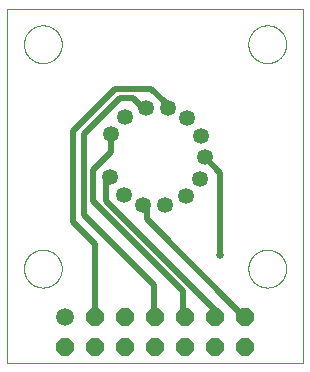
<source format=gtl>
G75*
%MOIN*%
%OFA0B0*%
%FSLAX25Y25*%
%IPPOS*%
%LPD*%
%AMOC8*
5,1,8,0,0,1.08239X$1,22.5*
%
%ADD10C,0.00000*%
%ADD11C,0.05937*%
%ADD12OC8,0.05937*%
%ADD13C,0.05307*%
%ADD14C,0.02000*%
%ADD15C,0.02578*%
D10*
X0001000Y0010264D02*
X0001000Y0128374D01*
X0099425Y0128374D01*
X0099425Y0010264D01*
X0001000Y0010264D01*
X0006512Y0041760D02*
X0006514Y0041918D01*
X0006520Y0042076D01*
X0006530Y0042234D01*
X0006544Y0042392D01*
X0006562Y0042549D01*
X0006583Y0042706D01*
X0006609Y0042862D01*
X0006639Y0043018D01*
X0006672Y0043173D01*
X0006710Y0043326D01*
X0006751Y0043479D01*
X0006796Y0043631D01*
X0006845Y0043782D01*
X0006898Y0043931D01*
X0006954Y0044079D01*
X0007014Y0044225D01*
X0007078Y0044370D01*
X0007146Y0044513D01*
X0007217Y0044655D01*
X0007291Y0044795D01*
X0007369Y0044932D01*
X0007451Y0045068D01*
X0007535Y0045202D01*
X0007624Y0045333D01*
X0007715Y0045462D01*
X0007810Y0045589D01*
X0007907Y0045714D01*
X0008008Y0045836D01*
X0008112Y0045955D01*
X0008219Y0046072D01*
X0008329Y0046186D01*
X0008442Y0046297D01*
X0008557Y0046406D01*
X0008675Y0046511D01*
X0008796Y0046613D01*
X0008919Y0046713D01*
X0009045Y0046809D01*
X0009173Y0046902D01*
X0009303Y0046992D01*
X0009436Y0047078D01*
X0009571Y0047162D01*
X0009707Y0047241D01*
X0009846Y0047318D01*
X0009987Y0047390D01*
X0010129Y0047460D01*
X0010273Y0047525D01*
X0010419Y0047587D01*
X0010566Y0047645D01*
X0010715Y0047700D01*
X0010865Y0047751D01*
X0011016Y0047798D01*
X0011168Y0047841D01*
X0011321Y0047880D01*
X0011476Y0047916D01*
X0011631Y0047947D01*
X0011787Y0047975D01*
X0011943Y0047999D01*
X0012100Y0048019D01*
X0012258Y0048035D01*
X0012415Y0048047D01*
X0012574Y0048055D01*
X0012732Y0048059D01*
X0012890Y0048059D01*
X0013048Y0048055D01*
X0013207Y0048047D01*
X0013364Y0048035D01*
X0013522Y0048019D01*
X0013679Y0047999D01*
X0013835Y0047975D01*
X0013991Y0047947D01*
X0014146Y0047916D01*
X0014301Y0047880D01*
X0014454Y0047841D01*
X0014606Y0047798D01*
X0014757Y0047751D01*
X0014907Y0047700D01*
X0015056Y0047645D01*
X0015203Y0047587D01*
X0015349Y0047525D01*
X0015493Y0047460D01*
X0015635Y0047390D01*
X0015776Y0047318D01*
X0015915Y0047241D01*
X0016051Y0047162D01*
X0016186Y0047078D01*
X0016319Y0046992D01*
X0016449Y0046902D01*
X0016577Y0046809D01*
X0016703Y0046713D01*
X0016826Y0046613D01*
X0016947Y0046511D01*
X0017065Y0046406D01*
X0017180Y0046297D01*
X0017293Y0046186D01*
X0017403Y0046072D01*
X0017510Y0045955D01*
X0017614Y0045836D01*
X0017715Y0045714D01*
X0017812Y0045589D01*
X0017907Y0045462D01*
X0017998Y0045333D01*
X0018087Y0045202D01*
X0018171Y0045068D01*
X0018253Y0044932D01*
X0018331Y0044795D01*
X0018405Y0044655D01*
X0018476Y0044513D01*
X0018544Y0044370D01*
X0018608Y0044225D01*
X0018668Y0044079D01*
X0018724Y0043931D01*
X0018777Y0043782D01*
X0018826Y0043631D01*
X0018871Y0043479D01*
X0018912Y0043326D01*
X0018950Y0043173D01*
X0018983Y0043018D01*
X0019013Y0042862D01*
X0019039Y0042706D01*
X0019060Y0042549D01*
X0019078Y0042392D01*
X0019092Y0042234D01*
X0019102Y0042076D01*
X0019108Y0041918D01*
X0019110Y0041760D01*
X0019108Y0041602D01*
X0019102Y0041444D01*
X0019092Y0041286D01*
X0019078Y0041128D01*
X0019060Y0040971D01*
X0019039Y0040814D01*
X0019013Y0040658D01*
X0018983Y0040502D01*
X0018950Y0040347D01*
X0018912Y0040194D01*
X0018871Y0040041D01*
X0018826Y0039889D01*
X0018777Y0039738D01*
X0018724Y0039589D01*
X0018668Y0039441D01*
X0018608Y0039295D01*
X0018544Y0039150D01*
X0018476Y0039007D01*
X0018405Y0038865D01*
X0018331Y0038725D01*
X0018253Y0038588D01*
X0018171Y0038452D01*
X0018087Y0038318D01*
X0017998Y0038187D01*
X0017907Y0038058D01*
X0017812Y0037931D01*
X0017715Y0037806D01*
X0017614Y0037684D01*
X0017510Y0037565D01*
X0017403Y0037448D01*
X0017293Y0037334D01*
X0017180Y0037223D01*
X0017065Y0037114D01*
X0016947Y0037009D01*
X0016826Y0036907D01*
X0016703Y0036807D01*
X0016577Y0036711D01*
X0016449Y0036618D01*
X0016319Y0036528D01*
X0016186Y0036442D01*
X0016051Y0036358D01*
X0015915Y0036279D01*
X0015776Y0036202D01*
X0015635Y0036130D01*
X0015493Y0036060D01*
X0015349Y0035995D01*
X0015203Y0035933D01*
X0015056Y0035875D01*
X0014907Y0035820D01*
X0014757Y0035769D01*
X0014606Y0035722D01*
X0014454Y0035679D01*
X0014301Y0035640D01*
X0014146Y0035604D01*
X0013991Y0035573D01*
X0013835Y0035545D01*
X0013679Y0035521D01*
X0013522Y0035501D01*
X0013364Y0035485D01*
X0013207Y0035473D01*
X0013048Y0035465D01*
X0012890Y0035461D01*
X0012732Y0035461D01*
X0012574Y0035465D01*
X0012415Y0035473D01*
X0012258Y0035485D01*
X0012100Y0035501D01*
X0011943Y0035521D01*
X0011787Y0035545D01*
X0011631Y0035573D01*
X0011476Y0035604D01*
X0011321Y0035640D01*
X0011168Y0035679D01*
X0011016Y0035722D01*
X0010865Y0035769D01*
X0010715Y0035820D01*
X0010566Y0035875D01*
X0010419Y0035933D01*
X0010273Y0035995D01*
X0010129Y0036060D01*
X0009987Y0036130D01*
X0009846Y0036202D01*
X0009707Y0036279D01*
X0009571Y0036358D01*
X0009436Y0036442D01*
X0009303Y0036528D01*
X0009173Y0036618D01*
X0009045Y0036711D01*
X0008919Y0036807D01*
X0008796Y0036907D01*
X0008675Y0037009D01*
X0008557Y0037114D01*
X0008442Y0037223D01*
X0008329Y0037334D01*
X0008219Y0037448D01*
X0008112Y0037565D01*
X0008008Y0037684D01*
X0007907Y0037806D01*
X0007810Y0037931D01*
X0007715Y0038058D01*
X0007624Y0038187D01*
X0007535Y0038318D01*
X0007451Y0038452D01*
X0007369Y0038588D01*
X0007291Y0038725D01*
X0007217Y0038865D01*
X0007146Y0039007D01*
X0007078Y0039150D01*
X0007014Y0039295D01*
X0006954Y0039441D01*
X0006898Y0039589D01*
X0006845Y0039738D01*
X0006796Y0039889D01*
X0006751Y0040041D01*
X0006710Y0040194D01*
X0006672Y0040347D01*
X0006639Y0040502D01*
X0006609Y0040658D01*
X0006583Y0040814D01*
X0006562Y0040971D01*
X0006544Y0041128D01*
X0006530Y0041286D01*
X0006520Y0041444D01*
X0006514Y0041602D01*
X0006512Y0041760D01*
X0006512Y0116563D02*
X0006514Y0116721D01*
X0006520Y0116879D01*
X0006530Y0117037D01*
X0006544Y0117195D01*
X0006562Y0117352D01*
X0006583Y0117509D01*
X0006609Y0117665D01*
X0006639Y0117821D01*
X0006672Y0117976D01*
X0006710Y0118129D01*
X0006751Y0118282D01*
X0006796Y0118434D01*
X0006845Y0118585D01*
X0006898Y0118734D01*
X0006954Y0118882D01*
X0007014Y0119028D01*
X0007078Y0119173D01*
X0007146Y0119316D01*
X0007217Y0119458D01*
X0007291Y0119598D01*
X0007369Y0119735D01*
X0007451Y0119871D01*
X0007535Y0120005D01*
X0007624Y0120136D01*
X0007715Y0120265D01*
X0007810Y0120392D01*
X0007907Y0120517D01*
X0008008Y0120639D01*
X0008112Y0120758D01*
X0008219Y0120875D01*
X0008329Y0120989D01*
X0008442Y0121100D01*
X0008557Y0121209D01*
X0008675Y0121314D01*
X0008796Y0121416D01*
X0008919Y0121516D01*
X0009045Y0121612D01*
X0009173Y0121705D01*
X0009303Y0121795D01*
X0009436Y0121881D01*
X0009571Y0121965D01*
X0009707Y0122044D01*
X0009846Y0122121D01*
X0009987Y0122193D01*
X0010129Y0122263D01*
X0010273Y0122328D01*
X0010419Y0122390D01*
X0010566Y0122448D01*
X0010715Y0122503D01*
X0010865Y0122554D01*
X0011016Y0122601D01*
X0011168Y0122644D01*
X0011321Y0122683D01*
X0011476Y0122719D01*
X0011631Y0122750D01*
X0011787Y0122778D01*
X0011943Y0122802D01*
X0012100Y0122822D01*
X0012258Y0122838D01*
X0012415Y0122850D01*
X0012574Y0122858D01*
X0012732Y0122862D01*
X0012890Y0122862D01*
X0013048Y0122858D01*
X0013207Y0122850D01*
X0013364Y0122838D01*
X0013522Y0122822D01*
X0013679Y0122802D01*
X0013835Y0122778D01*
X0013991Y0122750D01*
X0014146Y0122719D01*
X0014301Y0122683D01*
X0014454Y0122644D01*
X0014606Y0122601D01*
X0014757Y0122554D01*
X0014907Y0122503D01*
X0015056Y0122448D01*
X0015203Y0122390D01*
X0015349Y0122328D01*
X0015493Y0122263D01*
X0015635Y0122193D01*
X0015776Y0122121D01*
X0015915Y0122044D01*
X0016051Y0121965D01*
X0016186Y0121881D01*
X0016319Y0121795D01*
X0016449Y0121705D01*
X0016577Y0121612D01*
X0016703Y0121516D01*
X0016826Y0121416D01*
X0016947Y0121314D01*
X0017065Y0121209D01*
X0017180Y0121100D01*
X0017293Y0120989D01*
X0017403Y0120875D01*
X0017510Y0120758D01*
X0017614Y0120639D01*
X0017715Y0120517D01*
X0017812Y0120392D01*
X0017907Y0120265D01*
X0017998Y0120136D01*
X0018087Y0120005D01*
X0018171Y0119871D01*
X0018253Y0119735D01*
X0018331Y0119598D01*
X0018405Y0119458D01*
X0018476Y0119316D01*
X0018544Y0119173D01*
X0018608Y0119028D01*
X0018668Y0118882D01*
X0018724Y0118734D01*
X0018777Y0118585D01*
X0018826Y0118434D01*
X0018871Y0118282D01*
X0018912Y0118129D01*
X0018950Y0117976D01*
X0018983Y0117821D01*
X0019013Y0117665D01*
X0019039Y0117509D01*
X0019060Y0117352D01*
X0019078Y0117195D01*
X0019092Y0117037D01*
X0019102Y0116879D01*
X0019108Y0116721D01*
X0019110Y0116563D01*
X0019108Y0116405D01*
X0019102Y0116247D01*
X0019092Y0116089D01*
X0019078Y0115931D01*
X0019060Y0115774D01*
X0019039Y0115617D01*
X0019013Y0115461D01*
X0018983Y0115305D01*
X0018950Y0115150D01*
X0018912Y0114997D01*
X0018871Y0114844D01*
X0018826Y0114692D01*
X0018777Y0114541D01*
X0018724Y0114392D01*
X0018668Y0114244D01*
X0018608Y0114098D01*
X0018544Y0113953D01*
X0018476Y0113810D01*
X0018405Y0113668D01*
X0018331Y0113528D01*
X0018253Y0113391D01*
X0018171Y0113255D01*
X0018087Y0113121D01*
X0017998Y0112990D01*
X0017907Y0112861D01*
X0017812Y0112734D01*
X0017715Y0112609D01*
X0017614Y0112487D01*
X0017510Y0112368D01*
X0017403Y0112251D01*
X0017293Y0112137D01*
X0017180Y0112026D01*
X0017065Y0111917D01*
X0016947Y0111812D01*
X0016826Y0111710D01*
X0016703Y0111610D01*
X0016577Y0111514D01*
X0016449Y0111421D01*
X0016319Y0111331D01*
X0016186Y0111245D01*
X0016051Y0111161D01*
X0015915Y0111082D01*
X0015776Y0111005D01*
X0015635Y0110933D01*
X0015493Y0110863D01*
X0015349Y0110798D01*
X0015203Y0110736D01*
X0015056Y0110678D01*
X0014907Y0110623D01*
X0014757Y0110572D01*
X0014606Y0110525D01*
X0014454Y0110482D01*
X0014301Y0110443D01*
X0014146Y0110407D01*
X0013991Y0110376D01*
X0013835Y0110348D01*
X0013679Y0110324D01*
X0013522Y0110304D01*
X0013364Y0110288D01*
X0013207Y0110276D01*
X0013048Y0110268D01*
X0012890Y0110264D01*
X0012732Y0110264D01*
X0012574Y0110268D01*
X0012415Y0110276D01*
X0012258Y0110288D01*
X0012100Y0110304D01*
X0011943Y0110324D01*
X0011787Y0110348D01*
X0011631Y0110376D01*
X0011476Y0110407D01*
X0011321Y0110443D01*
X0011168Y0110482D01*
X0011016Y0110525D01*
X0010865Y0110572D01*
X0010715Y0110623D01*
X0010566Y0110678D01*
X0010419Y0110736D01*
X0010273Y0110798D01*
X0010129Y0110863D01*
X0009987Y0110933D01*
X0009846Y0111005D01*
X0009707Y0111082D01*
X0009571Y0111161D01*
X0009436Y0111245D01*
X0009303Y0111331D01*
X0009173Y0111421D01*
X0009045Y0111514D01*
X0008919Y0111610D01*
X0008796Y0111710D01*
X0008675Y0111812D01*
X0008557Y0111917D01*
X0008442Y0112026D01*
X0008329Y0112137D01*
X0008219Y0112251D01*
X0008112Y0112368D01*
X0008008Y0112487D01*
X0007907Y0112609D01*
X0007810Y0112734D01*
X0007715Y0112861D01*
X0007624Y0112990D01*
X0007535Y0113121D01*
X0007451Y0113255D01*
X0007369Y0113391D01*
X0007291Y0113528D01*
X0007217Y0113668D01*
X0007146Y0113810D01*
X0007078Y0113953D01*
X0007014Y0114098D01*
X0006954Y0114244D01*
X0006898Y0114392D01*
X0006845Y0114541D01*
X0006796Y0114692D01*
X0006751Y0114844D01*
X0006710Y0114997D01*
X0006672Y0115150D01*
X0006639Y0115305D01*
X0006609Y0115461D01*
X0006583Y0115617D01*
X0006562Y0115774D01*
X0006544Y0115931D01*
X0006530Y0116089D01*
X0006520Y0116247D01*
X0006514Y0116405D01*
X0006512Y0116563D01*
X0081315Y0116563D02*
X0081317Y0116721D01*
X0081323Y0116879D01*
X0081333Y0117037D01*
X0081347Y0117195D01*
X0081365Y0117352D01*
X0081386Y0117509D01*
X0081412Y0117665D01*
X0081442Y0117821D01*
X0081475Y0117976D01*
X0081513Y0118129D01*
X0081554Y0118282D01*
X0081599Y0118434D01*
X0081648Y0118585D01*
X0081701Y0118734D01*
X0081757Y0118882D01*
X0081817Y0119028D01*
X0081881Y0119173D01*
X0081949Y0119316D01*
X0082020Y0119458D01*
X0082094Y0119598D01*
X0082172Y0119735D01*
X0082254Y0119871D01*
X0082338Y0120005D01*
X0082427Y0120136D01*
X0082518Y0120265D01*
X0082613Y0120392D01*
X0082710Y0120517D01*
X0082811Y0120639D01*
X0082915Y0120758D01*
X0083022Y0120875D01*
X0083132Y0120989D01*
X0083245Y0121100D01*
X0083360Y0121209D01*
X0083478Y0121314D01*
X0083599Y0121416D01*
X0083722Y0121516D01*
X0083848Y0121612D01*
X0083976Y0121705D01*
X0084106Y0121795D01*
X0084239Y0121881D01*
X0084374Y0121965D01*
X0084510Y0122044D01*
X0084649Y0122121D01*
X0084790Y0122193D01*
X0084932Y0122263D01*
X0085076Y0122328D01*
X0085222Y0122390D01*
X0085369Y0122448D01*
X0085518Y0122503D01*
X0085668Y0122554D01*
X0085819Y0122601D01*
X0085971Y0122644D01*
X0086124Y0122683D01*
X0086279Y0122719D01*
X0086434Y0122750D01*
X0086590Y0122778D01*
X0086746Y0122802D01*
X0086903Y0122822D01*
X0087061Y0122838D01*
X0087218Y0122850D01*
X0087377Y0122858D01*
X0087535Y0122862D01*
X0087693Y0122862D01*
X0087851Y0122858D01*
X0088010Y0122850D01*
X0088167Y0122838D01*
X0088325Y0122822D01*
X0088482Y0122802D01*
X0088638Y0122778D01*
X0088794Y0122750D01*
X0088949Y0122719D01*
X0089104Y0122683D01*
X0089257Y0122644D01*
X0089409Y0122601D01*
X0089560Y0122554D01*
X0089710Y0122503D01*
X0089859Y0122448D01*
X0090006Y0122390D01*
X0090152Y0122328D01*
X0090296Y0122263D01*
X0090438Y0122193D01*
X0090579Y0122121D01*
X0090718Y0122044D01*
X0090854Y0121965D01*
X0090989Y0121881D01*
X0091122Y0121795D01*
X0091252Y0121705D01*
X0091380Y0121612D01*
X0091506Y0121516D01*
X0091629Y0121416D01*
X0091750Y0121314D01*
X0091868Y0121209D01*
X0091983Y0121100D01*
X0092096Y0120989D01*
X0092206Y0120875D01*
X0092313Y0120758D01*
X0092417Y0120639D01*
X0092518Y0120517D01*
X0092615Y0120392D01*
X0092710Y0120265D01*
X0092801Y0120136D01*
X0092890Y0120005D01*
X0092974Y0119871D01*
X0093056Y0119735D01*
X0093134Y0119598D01*
X0093208Y0119458D01*
X0093279Y0119316D01*
X0093347Y0119173D01*
X0093411Y0119028D01*
X0093471Y0118882D01*
X0093527Y0118734D01*
X0093580Y0118585D01*
X0093629Y0118434D01*
X0093674Y0118282D01*
X0093715Y0118129D01*
X0093753Y0117976D01*
X0093786Y0117821D01*
X0093816Y0117665D01*
X0093842Y0117509D01*
X0093863Y0117352D01*
X0093881Y0117195D01*
X0093895Y0117037D01*
X0093905Y0116879D01*
X0093911Y0116721D01*
X0093913Y0116563D01*
X0093911Y0116405D01*
X0093905Y0116247D01*
X0093895Y0116089D01*
X0093881Y0115931D01*
X0093863Y0115774D01*
X0093842Y0115617D01*
X0093816Y0115461D01*
X0093786Y0115305D01*
X0093753Y0115150D01*
X0093715Y0114997D01*
X0093674Y0114844D01*
X0093629Y0114692D01*
X0093580Y0114541D01*
X0093527Y0114392D01*
X0093471Y0114244D01*
X0093411Y0114098D01*
X0093347Y0113953D01*
X0093279Y0113810D01*
X0093208Y0113668D01*
X0093134Y0113528D01*
X0093056Y0113391D01*
X0092974Y0113255D01*
X0092890Y0113121D01*
X0092801Y0112990D01*
X0092710Y0112861D01*
X0092615Y0112734D01*
X0092518Y0112609D01*
X0092417Y0112487D01*
X0092313Y0112368D01*
X0092206Y0112251D01*
X0092096Y0112137D01*
X0091983Y0112026D01*
X0091868Y0111917D01*
X0091750Y0111812D01*
X0091629Y0111710D01*
X0091506Y0111610D01*
X0091380Y0111514D01*
X0091252Y0111421D01*
X0091122Y0111331D01*
X0090989Y0111245D01*
X0090854Y0111161D01*
X0090718Y0111082D01*
X0090579Y0111005D01*
X0090438Y0110933D01*
X0090296Y0110863D01*
X0090152Y0110798D01*
X0090006Y0110736D01*
X0089859Y0110678D01*
X0089710Y0110623D01*
X0089560Y0110572D01*
X0089409Y0110525D01*
X0089257Y0110482D01*
X0089104Y0110443D01*
X0088949Y0110407D01*
X0088794Y0110376D01*
X0088638Y0110348D01*
X0088482Y0110324D01*
X0088325Y0110304D01*
X0088167Y0110288D01*
X0088010Y0110276D01*
X0087851Y0110268D01*
X0087693Y0110264D01*
X0087535Y0110264D01*
X0087377Y0110268D01*
X0087218Y0110276D01*
X0087061Y0110288D01*
X0086903Y0110304D01*
X0086746Y0110324D01*
X0086590Y0110348D01*
X0086434Y0110376D01*
X0086279Y0110407D01*
X0086124Y0110443D01*
X0085971Y0110482D01*
X0085819Y0110525D01*
X0085668Y0110572D01*
X0085518Y0110623D01*
X0085369Y0110678D01*
X0085222Y0110736D01*
X0085076Y0110798D01*
X0084932Y0110863D01*
X0084790Y0110933D01*
X0084649Y0111005D01*
X0084510Y0111082D01*
X0084374Y0111161D01*
X0084239Y0111245D01*
X0084106Y0111331D01*
X0083976Y0111421D01*
X0083848Y0111514D01*
X0083722Y0111610D01*
X0083599Y0111710D01*
X0083478Y0111812D01*
X0083360Y0111917D01*
X0083245Y0112026D01*
X0083132Y0112137D01*
X0083022Y0112251D01*
X0082915Y0112368D01*
X0082811Y0112487D01*
X0082710Y0112609D01*
X0082613Y0112734D01*
X0082518Y0112861D01*
X0082427Y0112990D01*
X0082338Y0113121D01*
X0082254Y0113255D01*
X0082172Y0113391D01*
X0082094Y0113528D01*
X0082020Y0113668D01*
X0081949Y0113810D01*
X0081881Y0113953D01*
X0081817Y0114098D01*
X0081757Y0114244D01*
X0081701Y0114392D01*
X0081648Y0114541D01*
X0081599Y0114692D01*
X0081554Y0114844D01*
X0081513Y0114997D01*
X0081475Y0115150D01*
X0081442Y0115305D01*
X0081412Y0115461D01*
X0081386Y0115617D01*
X0081365Y0115774D01*
X0081347Y0115931D01*
X0081333Y0116089D01*
X0081323Y0116247D01*
X0081317Y0116405D01*
X0081315Y0116563D01*
X0081315Y0041760D02*
X0081317Y0041918D01*
X0081323Y0042076D01*
X0081333Y0042234D01*
X0081347Y0042392D01*
X0081365Y0042549D01*
X0081386Y0042706D01*
X0081412Y0042862D01*
X0081442Y0043018D01*
X0081475Y0043173D01*
X0081513Y0043326D01*
X0081554Y0043479D01*
X0081599Y0043631D01*
X0081648Y0043782D01*
X0081701Y0043931D01*
X0081757Y0044079D01*
X0081817Y0044225D01*
X0081881Y0044370D01*
X0081949Y0044513D01*
X0082020Y0044655D01*
X0082094Y0044795D01*
X0082172Y0044932D01*
X0082254Y0045068D01*
X0082338Y0045202D01*
X0082427Y0045333D01*
X0082518Y0045462D01*
X0082613Y0045589D01*
X0082710Y0045714D01*
X0082811Y0045836D01*
X0082915Y0045955D01*
X0083022Y0046072D01*
X0083132Y0046186D01*
X0083245Y0046297D01*
X0083360Y0046406D01*
X0083478Y0046511D01*
X0083599Y0046613D01*
X0083722Y0046713D01*
X0083848Y0046809D01*
X0083976Y0046902D01*
X0084106Y0046992D01*
X0084239Y0047078D01*
X0084374Y0047162D01*
X0084510Y0047241D01*
X0084649Y0047318D01*
X0084790Y0047390D01*
X0084932Y0047460D01*
X0085076Y0047525D01*
X0085222Y0047587D01*
X0085369Y0047645D01*
X0085518Y0047700D01*
X0085668Y0047751D01*
X0085819Y0047798D01*
X0085971Y0047841D01*
X0086124Y0047880D01*
X0086279Y0047916D01*
X0086434Y0047947D01*
X0086590Y0047975D01*
X0086746Y0047999D01*
X0086903Y0048019D01*
X0087061Y0048035D01*
X0087218Y0048047D01*
X0087377Y0048055D01*
X0087535Y0048059D01*
X0087693Y0048059D01*
X0087851Y0048055D01*
X0088010Y0048047D01*
X0088167Y0048035D01*
X0088325Y0048019D01*
X0088482Y0047999D01*
X0088638Y0047975D01*
X0088794Y0047947D01*
X0088949Y0047916D01*
X0089104Y0047880D01*
X0089257Y0047841D01*
X0089409Y0047798D01*
X0089560Y0047751D01*
X0089710Y0047700D01*
X0089859Y0047645D01*
X0090006Y0047587D01*
X0090152Y0047525D01*
X0090296Y0047460D01*
X0090438Y0047390D01*
X0090579Y0047318D01*
X0090718Y0047241D01*
X0090854Y0047162D01*
X0090989Y0047078D01*
X0091122Y0046992D01*
X0091252Y0046902D01*
X0091380Y0046809D01*
X0091506Y0046713D01*
X0091629Y0046613D01*
X0091750Y0046511D01*
X0091868Y0046406D01*
X0091983Y0046297D01*
X0092096Y0046186D01*
X0092206Y0046072D01*
X0092313Y0045955D01*
X0092417Y0045836D01*
X0092518Y0045714D01*
X0092615Y0045589D01*
X0092710Y0045462D01*
X0092801Y0045333D01*
X0092890Y0045202D01*
X0092974Y0045068D01*
X0093056Y0044932D01*
X0093134Y0044795D01*
X0093208Y0044655D01*
X0093279Y0044513D01*
X0093347Y0044370D01*
X0093411Y0044225D01*
X0093471Y0044079D01*
X0093527Y0043931D01*
X0093580Y0043782D01*
X0093629Y0043631D01*
X0093674Y0043479D01*
X0093715Y0043326D01*
X0093753Y0043173D01*
X0093786Y0043018D01*
X0093816Y0042862D01*
X0093842Y0042706D01*
X0093863Y0042549D01*
X0093881Y0042392D01*
X0093895Y0042234D01*
X0093905Y0042076D01*
X0093911Y0041918D01*
X0093913Y0041760D01*
X0093911Y0041602D01*
X0093905Y0041444D01*
X0093895Y0041286D01*
X0093881Y0041128D01*
X0093863Y0040971D01*
X0093842Y0040814D01*
X0093816Y0040658D01*
X0093786Y0040502D01*
X0093753Y0040347D01*
X0093715Y0040194D01*
X0093674Y0040041D01*
X0093629Y0039889D01*
X0093580Y0039738D01*
X0093527Y0039589D01*
X0093471Y0039441D01*
X0093411Y0039295D01*
X0093347Y0039150D01*
X0093279Y0039007D01*
X0093208Y0038865D01*
X0093134Y0038725D01*
X0093056Y0038588D01*
X0092974Y0038452D01*
X0092890Y0038318D01*
X0092801Y0038187D01*
X0092710Y0038058D01*
X0092615Y0037931D01*
X0092518Y0037806D01*
X0092417Y0037684D01*
X0092313Y0037565D01*
X0092206Y0037448D01*
X0092096Y0037334D01*
X0091983Y0037223D01*
X0091868Y0037114D01*
X0091750Y0037009D01*
X0091629Y0036907D01*
X0091506Y0036807D01*
X0091380Y0036711D01*
X0091252Y0036618D01*
X0091122Y0036528D01*
X0090989Y0036442D01*
X0090854Y0036358D01*
X0090718Y0036279D01*
X0090579Y0036202D01*
X0090438Y0036130D01*
X0090296Y0036060D01*
X0090152Y0035995D01*
X0090006Y0035933D01*
X0089859Y0035875D01*
X0089710Y0035820D01*
X0089560Y0035769D01*
X0089409Y0035722D01*
X0089257Y0035679D01*
X0089104Y0035640D01*
X0088949Y0035604D01*
X0088794Y0035573D01*
X0088638Y0035545D01*
X0088482Y0035521D01*
X0088325Y0035501D01*
X0088167Y0035485D01*
X0088010Y0035473D01*
X0087851Y0035465D01*
X0087693Y0035461D01*
X0087535Y0035461D01*
X0087377Y0035465D01*
X0087218Y0035473D01*
X0087061Y0035485D01*
X0086903Y0035501D01*
X0086746Y0035521D01*
X0086590Y0035545D01*
X0086434Y0035573D01*
X0086279Y0035604D01*
X0086124Y0035640D01*
X0085971Y0035679D01*
X0085819Y0035722D01*
X0085668Y0035769D01*
X0085518Y0035820D01*
X0085369Y0035875D01*
X0085222Y0035933D01*
X0085076Y0035995D01*
X0084932Y0036060D01*
X0084790Y0036130D01*
X0084649Y0036202D01*
X0084510Y0036279D01*
X0084374Y0036358D01*
X0084239Y0036442D01*
X0084106Y0036528D01*
X0083976Y0036618D01*
X0083848Y0036711D01*
X0083722Y0036807D01*
X0083599Y0036907D01*
X0083478Y0037009D01*
X0083360Y0037114D01*
X0083245Y0037223D01*
X0083132Y0037334D01*
X0083022Y0037448D01*
X0082915Y0037565D01*
X0082811Y0037684D01*
X0082710Y0037806D01*
X0082613Y0037931D01*
X0082518Y0038058D01*
X0082427Y0038187D01*
X0082338Y0038318D01*
X0082254Y0038452D01*
X0082172Y0038588D01*
X0082094Y0038725D01*
X0082020Y0038865D01*
X0081949Y0039007D01*
X0081881Y0039150D01*
X0081817Y0039295D01*
X0081757Y0039441D01*
X0081701Y0039589D01*
X0081648Y0039738D01*
X0081599Y0039889D01*
X0081554Y0040041D01*
X0081513Y0040194D01*
X0081475Y0040347D01*
X0081442Y0040502D01*
X0081412Y0040658D01*
X0081386Y0040814D01*
X0081365Y0040971D01*
X0081347Y0041128D01*
X0081333Y0041286D01*
X0081323Y0041444D01*
X0081317Y0041602D01*
X0081315Y0041760D01*
D11*
X0020213Y0025500D03*
D12*
X0020213Y0015500D03*
X0030213Y0015500D03*
X0030213Y0025500D03*
X0040213Y0025500D03*
X0040213Y0015500D03*
X0050213Y0015500D03*
X0050213Y0025500D03*
X0060213Y0025500D03*
X0060213Y0015500D03*
X0070213Y0015500D03*
X0070213Y0025500D03*
X0080213Y0025500D03*
X0080213Y0015500D03*
D13*
X0053702Y0062965D03*
X0046336Y0063130D03*
X0039770Y0066475D03*
X0035307Y0072337D03*
X0035630Y0086701D03*
X0040352Y0092357D03*
X0047060Y0095404D03*
X0054426Y0095239D03*
X0060992Y0091894D03*
X0065455Y0086031D03*
X0066933Y0078813D03*
X0065133Y0071668D03*
X0060411Y0066012D03*
D14*
X0072000Y0073746D02*
X0066933Y0078813D01*
X0072000Y0073746D02*
X0072000Y0046264D01*
X0059500Y0034264D02*
X0059500Y0026764D01*
X0060213Y0025500D01*
X0059500Y0034264D02*
X0029500Y0064264D01*
X0029500Y0074764D01*
X0035500Y0080764D01*
X0035500Y0085264D01*
X0035630Y0086701D01*
X0026500Y0086764D02*
X0038500Y0098764D01*
X0043000Y0098764D01*
X0046000Y0095764D01*
X0047060Y0095404D01*
X0049000Y0101764D02*
X0037000Y0101764D01*
X0023000Y0087764D01*
X0023000Y0057264D01*
X0030213Y0050051D01*
X0030213Y0025500D01*
X0049000Y0026764D02*
X0050213Y0025500D01*
X0050000Y0025713D01*
X0050000Y0036264D01*
X0026500Y0059764D01*
X0026500Y0086764D01*
X0034000Y0071764D02*
X0035307Y0072337D01*
X0034000Y0071764D02*
X0034000Y0064264D01*
X0071500Y0026764D01*
X0070213Y0025500D01*
X0079000Y0026764D02*
X0080213Y0025500D01*
X0079000Y0026764D02*
X0047500Y0058264D01*
X0047500Y0062764D01*
X0046336Y0063130D01*
X0054426Y0095239D02*
X0053500Y0095764D01*
X0053500Y0097264D01*
X0049000Y0101764D01*
D15*
X0072000Y0046264D03*
M02*

</source>
